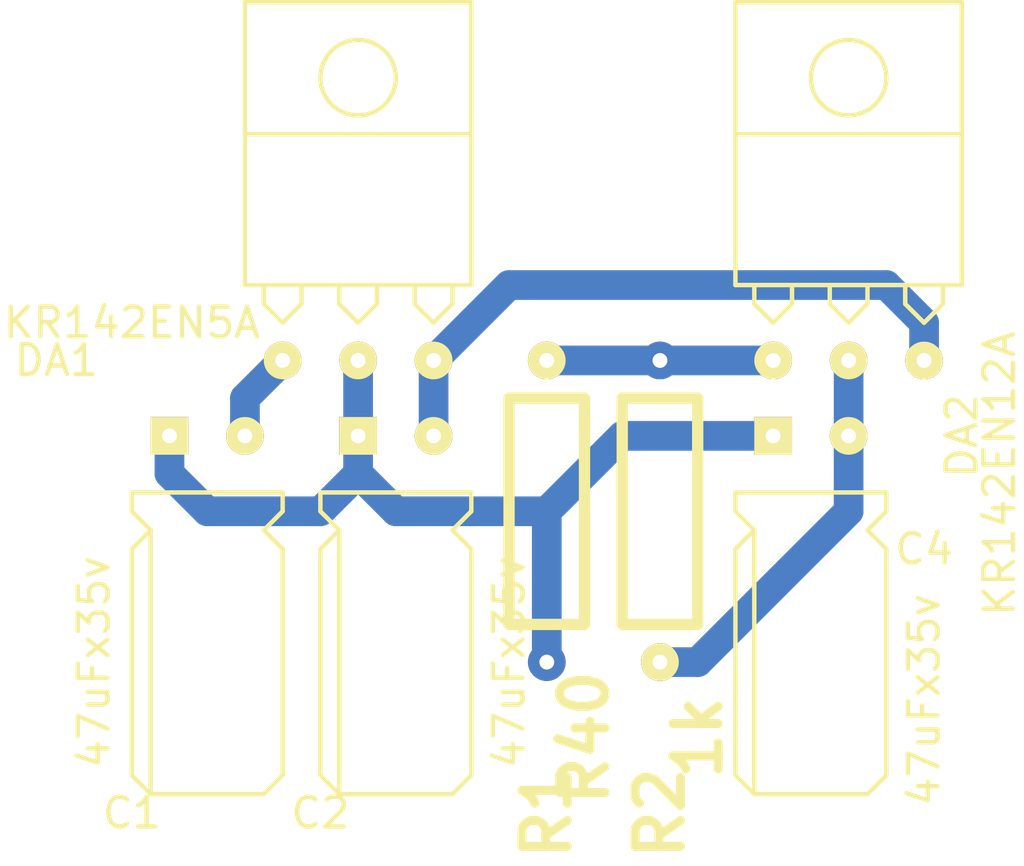
<source format=kicad_pcb>
(kicad_pcb (version 3) (host pcbnew "(22-Jun-2014 BZR 4027)-stable")

  (general
    (links 11)
    (no_connects 0)
    (area 50.305 26.729999 86.165 56.955733)
    (thickness 1.6)
    (drawings 0)
    (tracks 24)
    (zones 0)
    (modules 7)
    (nets 6)
  )

  (page A3)
  (layers
    (15 F.Cu signal)
    (0 B.Cu signal)
    (16 B.Adhes user)
    (17 F.Adhes user)
    (18 B.Paste user)
    (19 F.Paste user)
    (20 B.SilkS user)
    (21 F.SilkS user)
    (22 B.Mask user)
    (23 F.Mask user)
    (24 Dwgs.User user)
    (25 Cmts.User user)
    (26 Eco1.User user)
    (27 Eco2.User user)
    (28 Edge.Cuts user)
  )

  (setup
    (last_trace_width 0.254)
    (trace_clearance 0.254)
    (zone_clearance 0.508)
    (zone_45_only no)
    (trace_min 0.254)
    (segment_width 0.2)
    (edge_width 0.15)
    (via_size 0.889)
    (via_drill 0.635)
    (via_min_size 0.889)
    (via_min_drill 0.508)
    (uvia_size 0.508)
    (uvia_drill 0.127)
    (uvias_allowed no)
    (uvia_min_size 0.508)
    (uvia_min_drill 0.127)
    (pcb_text_width 0.3)
    (pcb_text_size 1.5 1.5)
    (mod_edge_width 0.15)
    (mod_text_size 1.5 1.5)
    (mod_text_width 0.15)
    (pad_size 1.524 1.524)
    (pad_drill 0.762)
    (pad_to_mask_clearance 0.2)
    (aux_axis_origin 0 0)
    (visible_elements FFFFFFBF)
    (pcbplotparams
      (layerselection 3178497)
      (usegerberextensions true)
      (excludeedgelayer true)
      (linewidth 0.100000)
      (plotframeref false)
      (viasonmask false)
      (mode 1)
      (useauxorigin false)
      (hpglpennumber 1)
      (hpglpenspeed 20)
      (hpglpendiameter 15)
      (hpglpenoverlay 2)
      (psnegative false)
      (psa4output false)
      (plotreference true)
      (plotvalue true)
      (plotothertext true)
      (plotinvisibletext false)
      (padsonsilk false)
      (subtractmaskfromsilk false)
      (outputformat 1)
      (mirror false)
      (drillshape 1)
      (scaleselection 1)
      (outputdirectory ""))
  )

  (net 0 "")
  (net 1 0)
  (net 2 N-000001)
  (net 3 N-000002)
  (net 4 N-000003)
  (net 5 N-000005)

  (net_class Default "Это класс цепей по умолчанию."
    (clearance 0.254)
    (trace_width 0.254)
    (via_dia 0.889)
    (via_drill 0.635)
    (uvia_dia 0.508)
    (uvia_drill 0.127)
    (add_net "")
  )

  (net_class power ""
    (clearance 0.5)
    (trace_width 1)
    (via_dia 0.889)
    (via_drill 0.635)
    (uvia_dia 0.508)
    (uvia_drill 0.127)
    (add_net 0)
    (add_net N-000001)
    (add_net N-000002)
    (add_net N-000003)
    (add_net N-000005)
  )

  (module TO-220_H (layer F.Cu) (tedit 559E37D1) (tstamp 559E2B67)
    (at 80.01 39.37)
    (path /559D34F3)
    (fp_text reference DA2 (at 3.81 2.54 90) (layer F.SilkS)
      (effects (font (size 1 1) (thickness 0.15)))
    )
    (fp_text value KR142EN12A (at 5.08 3.81 90) (layer F.SilkS)
      (effects (font (size 1 1) (thickness 0.15)))
    )
    (fp_line (start 1.905 -2.54) (end 1.905 -1.905) (layer F.SilkS) (width 0.15))
    (fp_line (start 1.905 -1.905) (end 2.54 -1.27) (layer F.SilkS) (width 0.15))
    (fp_line (start 2.54 -1.27) (end 3.175 -1.905) (layer F.SilkS) (width 0.15))
    (fp_line (start 3.175 -1.905) (end 3.175 -2.54) (layer F.SilkS) (width 0.15))
    (fp_line (start -0.635 -2.54) (end -0.635 -1.905) (layer F.SilkS) (width 0.15))
    (fp_line (start -0.635 -1.905) (end 0 -1.27) (layer F.SilkS) (width 0.15))
    (fp_line (start 0 -1.27) (end 0.635 -1.905) (layer F.SilkS) (width 0.15))
    (fp_line (start 0.635 -1.905) (end 0.635 -2.54) (layer F.SilkS) (width 0.15))
    (fp_line (start -3.175 -2.54) (end -3.175 -1.905) (layer F.SilkS) (width 0.15))
    (fp_line (start -3.175 -1.905) (end -2.54 -1.27) (layer F.SilkS) (width 0.15))
    (fp_line (start -2.54 -1.27) (end -1.905 -1.905) (layer F.SilkS) (width 0.15))
    (fp_line (start -1.905 -1.905) (end -1.905 -2.54) (layer F.SilkS) (width 0.15))
    (fp_line (start -3.81 -7.62) (end 3.81 -7.62) (layer F.SilkS) (width 0.15))
    (fp_line (start -3.81 -2.54) (end -3.81 -12.065) (layer F.SilkS) (width 0.15))
    (fp_line (start -3.81 -12.065) (end 3.81 -12.065) (layer F.SilkS) (width 0.15))
    (fp_line (start 3.81 -12.065) (end 3.81 -2.54) (layer F.SilkS) (width 0.15))
    (fp_circle (center 0 -9.525) (end 1.27 -9.525) (layer F.SilkS) (width 0.15))
    (fp_line (start -3.81 -2.54) (end 3.81 -2.54) (layer F.SilkS) (width 0.15))
    (pad 1 thru_hole circle (at -2.54 0) (size 1.27 1.27) (drill 0.5)
      (layers *.Cu *.Mask F.SilkS)
      (net 4 N-000003)
    )
    (pad 2 thru_hole circle (at 0 0) (size 1.27 1.27) (drill 0.5)
      (layers *.Cu *.Mask F.SilkS)
      (net 5 N-000005)
    )
    (pad 3 thru_hole circle (at 2.54 0) (size 1.27 1.27) (drill 0.5)
      (layers *.Cu *.Mask F.SilkS)
      (net 3 N-000002)
    )
  )

  (module CP_5x9_H (layer F.Cu) (tedit 559E37E2) (tstamp 559E2B8B)
    (at 64.77 41.91)
    (path /559D3532)
    (fp_text reference C2 (at -2.54 12.7) (layer F.SilkS)
      (effects (font (size 1 1) (thickness 0.15)))
    )
    (fp_text value 47uFx35v (at 3.81 7.62 90) (layer F.SilkS)
      (effects (font (size 1 1) (thickness 0.15)))
    )
    (fp_line (start -1.905 3.175) (end -1.905 12.065) (layer F.SilkS) (width 0.15))
    (fp_line (start -2.54 1.905) (end 2.54 1.905) (layer F.SilkS) (width 0.15))
    (fp_line (start 2.54 1.905) (end 2.54 2.54) (layer F.SilkS) (width 0.15))
    (fp_line (start 2.54 2.54) (end 1.905 3.175) (layer F.SilkS) (width 0.15))
    (fp_line (start 1.905 3.175) (end 2.54 3.81) (layer F.SilkS) (width 0.15))
    (fp_line (start 2.54 3.81) (end 2.54 11.43) (layer F.SilkS) (width 0.15))
    (fp_line (start 2.54 11.43) (end 1.905 12.065) (layer F.SilkS) (width 0.15))
    (fp_line (start 1.905 12.065) (end -1.905 12.065) (layer F.SilkS) (width 0.15))
    (fp_line (start -1.905 12.065) (end -2.54 11.43) (layer F.SilkS) (width 0.15))
    (fp_line (start -2.54 11.43) (end -2.54 3.81) (layer F.SilkS) (width 0.15))
    (fp_line (start -2.54 3.81) (end -1.905 3.175) (layer F.SilkS) (width 0.15))
    (fp_line (start -1.905 3.175) (end -2.54 2.54) (layer F.SilkS) (width 0.15))
    (fp_line (start -2.54 2.54) (end -2.54 1.905) (layer F.SilkS) (width 0.15))
    (pad 1 thru_hole rect (at -1.27 0) (size 1.27 1.27) (drill 0.5)
      (layers *.Cu *.Mask F.SilkS)
      (net 1 0)
    )
    (pad 2 thru_hole circle (at 1.27 0) (size 1.27 1.27) (drill 0.5)
      (layers *.Cu *.Mask F.SilkS)
      (net 3 N-000002)
    )
  )

  (module TH_2_RH_1W4 (layer F.Cu) (tedit 559E3770) (tstamp 559E2B71)
    (at 69.85 44.45 90)
    (path /559D3706)
    (fp_text reference R1 (at -10.16 0 90) (layer F.SilkS)
      (effects (font (size 1.524 1.524) (thickness 0.3048)))
    )
    (fp_text value R40 (at -7.62 1.27 90) (layer F.SilkS)
      (effects (font (size 1.524 1.524) (thickness 0.3048)))
    )
    (fp_line (start -3.81 -1.27) (end 3.81 -1.27) (layer F.SilkS) (width 0.381))
    (fp_line (start 3.81 -1.27) (end 3.81 1.27) (layer F.SilkS) (width 0.381))
    (fp_line (start 3.81 1.27) (end -3.81 1.27) (layer F.SilkS) (width 0.381))
    (fp_line (start -3.81 1.27) (end -3.81 -1.27) (layer F.SilkS) (width 0.381))
    (pad 1 thru_hole circle (at -5.08 0 90) (size 1.27 1.27) (drill 0.50038)
      (layers *.Cu)
      (net 1 0)
    )
    (pad 2 thru_hole circle (at 5.08 0 90) (size 1.27 1.27) (drill 0.50038)
      (layers *.Cu *.Mask F.SilkS)
      (net 4 N-000003)
    )
  )

  (module TH_2_RH_1W4 (layer F.Cu) (tedit 559E377C) (tstamp 559E2B7B)
    (at 73.66 44.45 270)
    (path /559D3715)
    (fp_text reference R2 (at 10.16 0 270) (layer F.SilkS)
      (effects (font (size 1.524 1.524) (thickness 0.3048)))
    )
    (fp_text value 1k (at 7.62 -1.27 270) (layer F.SilkS)
      (effects (font (size 1.524 1.524) (thickness 0.3048)))
    )
    (fp_line (start -3.81 -1.27) (end 3.81 -1.27) (layer F.SilkS) (width 0.381))
    (fp_line (start 3.81 -1.27) (end 3.81 1.27) (layer F.SilkS) (width 0.381))
    (fp_line (start 3.81 1.27) (end -3.81 1.27) (layer F.SilkS) (width 0.381))
    (fp_line (start -3.81 1.27) (end -3.81 -1.27) (layer F.SilkS) (width 0.381))
    (pad 1 thru_hole circle (at -5.08 0 270) (size 1.27 1.27) (drill 0.50038)
      (layers *.Cu)
      (net 4 N-000003)
    )
    (pad 2 thru_hole circle (at 5.08 0 270) (size 1.27 1.27) (drill 0.50038)
      (layers *.Cu *.Mask F.SilkS)
      (net 5 N-000005)
    )
  )

  (module TO-220_H (layer F.Cu) (tedit 559E37D5) (tstamp 559E2B4D)
    (at 63.5 39.37)
    (path /559D34E4)
    (fp_text reference DA1 (at -10.16 0) (layer F.SilkS)
      (effects (font (size 1 1) (thickness 0.15)))
    )
    (fp_text value KR142EN5A (at -7.62 -1.27) (layer F.SilkS)
      (effects (font (size 1 1) (thickness 0.15)))
    )
    (fp_line (start 1.905 -2.54) (end 1.905 -1.905) (layer F.SilkS) (width 0.15))
    (fp_line (start 1.905 -1.905) (end 2.54 -1.27) (layer F.SilkS) (width 0.15))
    (fp_line (start 2.54 -1.27) (end 3.175 -1.905) (layer F.SilkS) (width 0.15))
    (fp_line (start 3.175 -1.905) (end 3.175 -2.54) (layer F.SilkS) (width 0.15))
    (fp_line (start -0.635 -2.54) (end -0.635 -1.905) (layer F.SilkS) (width 0.15))
    (fp_line (start -0.635 -1.905) (end 0 -1.27) (layer F.SilkS) (width 0.15))
    (fp_line (start 0 -1.27) (end 0.635 -1.905) (layer F.SilkS) (width 0.15))
    (fp_line (start 0.635 -1.905) (end 0.635 -2.54) (layer F.SilkS) (width 0.15))
    (fp_line (start -3.175 -2.54) (end -3.175 -1.905) (layer F.SilkS) (width 0.15))
    (fp_line (start -3.175 -1.905) (end -2.54 -1.27) (layer F.SilkS) (width 0.15))
    (fp_line (start -2.54 -1.27) (end -1.905 -1.905) (layer F.SilkS) (width 0.15))
    (fp_line (start -1.905 -1.905) (end -1.905 -2.54) (layer F.SilkS) (width 0.15))
    (fp_line (start -3.81 -7.62) (end 3.81 -7.62) (layer F.SilkS) (width 0.15))
    (fp_line (start -3.81 -2.54) (end -3.81 -12.065) (layer F.SilkS) (width 0.15))
    (fp_line (start -3.81 -12.065) (end 3.81 -12.065) (layer F.SilkS) (width 0.15))
    (fp_line (start 3.81 -12.065) (end 3.81 -2.54) (layer F.SilkS) (width 0.15))
    (fp_circle (center 0 -9.525) (end 1.27 -9.525) (layer F.SilkS) (width 0.15))
    (fp_line (start -3.81 -2.54) (end 3.81 -2.54) (layer F.SilkS) (width 0.15))
    (pad 1 thru_hole circle (at -2.54 0) (size 1.27 1.27) (drill 0.5)
      (layers *.Cu *.Mask F.SilkS)
      (net 2 N-000001)
    )
    (pad 2 thru_hole circle (at 0 0) (size 1.27 1.27) (drill 0.5)
      (layers *.Cu *.Mask F.SilkS)
      (net 1 0)
    )
    (pad 3 thru_hole circle (at 2.54 0) (size 1.27 1.27) (drill 0.5)
      (layers *.Cu *.Mask F.SilkS)
      (net 3 N-000002)
    )
  )

  (module CP_5x9_H (layer F.Cu) (tedit 559E37E4) (tstamp 559E2B83)
    (at 58.42 41.91)
    (path /559D3514)
    (fp_text reference C1 (at -2.54 12.7) (layer F.SilkS)
      (effects (font (size 1 1) (thickness 0.15)))
    )
    (fp_text value 47uFx35v (at -3.81 7.62 90) (layer F.SilkS)
      (effects (font (size 1 1) (thickness 0.15)))
    )
    (fp_line (start -1.905 3.175) (end -1.905 12.065) (layer F.SilkS) (width 0.15))
    (fp_line (start -2.54 1.905) (end 2.54 1.905) (layer F.SilkS) (width 0.15))
    (fp_line (start 2.54 1.905) (end 2.54 2.54) (layer F.SilkS) (width 0.15))
    (fp_line (start 2.54 2.54) (end 1.905 3.175) (layer F.SilkS) (width 0.15))
    (fp_line (start 1.905 3.175) (end 2.54 3.81) (layer F.SilkS) (width 0.15))
    (fp_line (start 2.54 3.81) (end 2.54 11.43) (layer F.SilkS) (width 0.15))
    (fp_line (start 2.54 11.43) (end 1.905 12.065) (layer F.SilkS) (width 0.15))
    (fp_line (start 1.905 12.065) (end -1.905 12.065) (layer F.SilkS) (width 0.15))
    (fp_line (start -1.905 12.065) (end -2.54 11.43) (layer F.SilkS) (width 0.15))
    (fp_line (start -2.54 11.43) (end -2.54 3.81) (layer F.SilkS) (width 0.15))
    (fp_line (start -2.54 3.81) (end -1.905 3.175) (layer F.SilkS) (width 0.15))
    (fp_line (start -1.905 3.175) (end -2.54 2.54) (layer F.SilkS) (width 0.15))
    (fp_line (start -2.54 2.54) (end -2.54 1.905) (layer F.SilkS) (width 0.15))
    (pad 1 thru_hole rect (at -1.27 0) (size 1.27 1.27) (drill 0.5)
      (layers *.Cu *.Mask F.SilkS)
      (net 1 0)
    )
    (pad 2 thru_hole circle (at 1.27 0) (size 1.27 1.27) (drill 0.5)
      (layers *.Cu *.Mask F.SilkS)
      (net 2 N-000001)
    )
  )

  (module CP_5x9_H (layer F.Cu) (tedit 559E3788) (tstamp 559E2B9B)
    (at 78.74 41.91)
    (path /559D3550)
    (fp_text reference C4 (at 3.81 3.81) (layer F.SilkS)
      (effects (font (size 1 1) (thickness 0.15)))
    )
    (fp_text value 47uFx35v (at 3.81 8.89 90) (layer F.SilkS)
      (effects (font (size 1 1) (thickness 0.15)))
    )
    (fp_line (start -1.905 3.175) (end -1.905 12.065) (layer F.SilkS) (width 0.15))
    (fp_line (start -2.54 1.905) (end 2.54 1.905) (layer F.SilkS) (width 0.15))
    (fp_line (start 2.54 1.905) (end 2.54 2.54) (layer F.SilkS) (width 0.15))
    (fp_line (start 2.54 2.54) (end 1.905 3.175) (layer F.SilkS) (width 0.15))
    (fp_line (start 1.905 3.175) (end 2.54 3.81) (layer F.SilkS) (width 0.15))
    (fp_line (start 2.54 3.81) (end 2.54 11.43) (layer F.SilkS) (width 0.15))
    (fp_line (start 2.54 11.43) (end 1.905 12.065) (layer F.SilkS) (width 0.15))
    (fp_line (start 1.905 12.065) (end -1.905 12.065) (layer F.SilkS) (width 0.15))
    (fp_line (start -1.905 12.065) (end -2.54 11.43) (layer F.SilkS) (width 0.15))
    (fp_line (start -2.54 11.43) (end -2.54 3.81) (layer F.SilkS) (width 0.15))
    (fp_line (start -2.54 3.81) (end -1.905 3.175) (layer F.SilkS) (width 0.15))
    (fp_line (start -1.905 3.175) (end -2.54 2.54) (layer F.SilkS) (width 0.15))
    (fp_line (start -2.54 2.54) (end -2.54 1.905) (layer F.SilkS) (width 0.15))
    (pad 1 thru_hole rect (at -1.27 0) (size 1.27 1.27) (drill 0.5)
      (layers *.Cu *.Mask F.SilkS)
      (net 1 0)
    )
    (pad 2 thru_hole circle (at 1.27 0) (size 1.27 1.27) (drill 0.5)
      (layers *.Cu *.Mask F.SilkS)
      (net 5 N-000005)
    )
  )

  (segment (start 63.5 43.18) (end 64.77 44.45) (width 1) (layer B.Cu) (net 1))
  (segment (start 64.77 44.45) (end 69.85 44.45) (width 1) (layer B.Cu) (net 1) (tstamp 559E3505))
  (segment (start 77.47 41.91) (end 72.39 41.91) (width 1) (layer B.Cu) (net 1))
  (segment (start 72.39 41.91) (end 69.85 44.45) (width 1) (layer B.Cu) (net 1) (tstamp 559E3500))
  (segment (start 69.85 44.45) (end 69.85 49.53) (width 1) (layer B.Cu) (net 1) (tstamp 559E3502))
  (segment (start 57.15 41.91) (end 57.15 43.18) (width 1) (layer B.Cu) (net 1))
  (segment (start 57.15 43.18) (end 58.42 44.45) (width 1) (layer B.Cu) (net 1) (tstamp 559E34B4))
  (segment (start 58.42 44.45) (end 62.23 44.45) (width 1) (layer B.Cu) (net 1) (tstamp 559E34B6))
  (segment (start 62.23 44.45) (end 63.5 43.18) (width 1) (layer B.Cu) (net 1) (tstamp 559E34B8))
  (segment (start 63.5 43.18) (end 63.5 41.91) (width 1) (layer B.Cu) (net 1) (tstamp 559E34BA))
  (segment (start 63.5 41.91) (end 63.5 39.37) (width 1) (layer B.Cu) (net 1) (tstamp 559E3467))
  (segment (start 60.96 39.37) (end 59.69 40.64) (width 1) (layer B.Cu) (net 2))
  (segment (start 59.69 40.64) (end 59.69 41.91) (width 1) (layer B.Cu) (net 2) (tstamp 559E34B0))
  (segment (start 66.04 39.37) (end 68.58 36.83) (width 1) (layer B.Cu) (net 3))
  (segment (start 82.55 38.1) (end 82.55 39.37) (width 1) (layer B.Cu) (net 3) (tstamp 559E369C))
  (segment (start 81.28 36.83) (end 82.55 38.1) (width 1) (layer B.Cu) (net 3) (tstamp 559E3697))
  (segment (start 68.58 36.83) (end 81.28 36.83) (width 1) (layer B.Cu) (net 3) (tstamp 559E3691))
  (segment (start 66.04 41.91) (end 66.04 39.37) (width 1) (layer B.Cu) (net 3))
  (segment (start 69.85 39.37) (end 73.66 39.37) (width 1) (layer B.Cu) (net 4))
  (segment (start 73.66 39.37) (end 77.47 39.37) (width 1) (layer B.Cu) (net 4) (tstamp 559E373D))
  (segment (start 80.01 39.37) (end 80.01 41.91) (width 1) (layer B.Cu) (net 5))
  (segment (start 80.01 41.91) (end 80.01 44.45) (width 1) (layer B.Cu) (net 5) (tstamp 559E3718))
  (segment (start 80.01 44.45) (end 74.93 49.53) (width 1) (layer B.Cu) (net 5) (tstamp 559E3719))
  (segment (start 74.93 49.53) (end 73.66 49.53) (width 1) (layer B.Cu) (net 5) (tstamp 559E371A))

)

</source>
